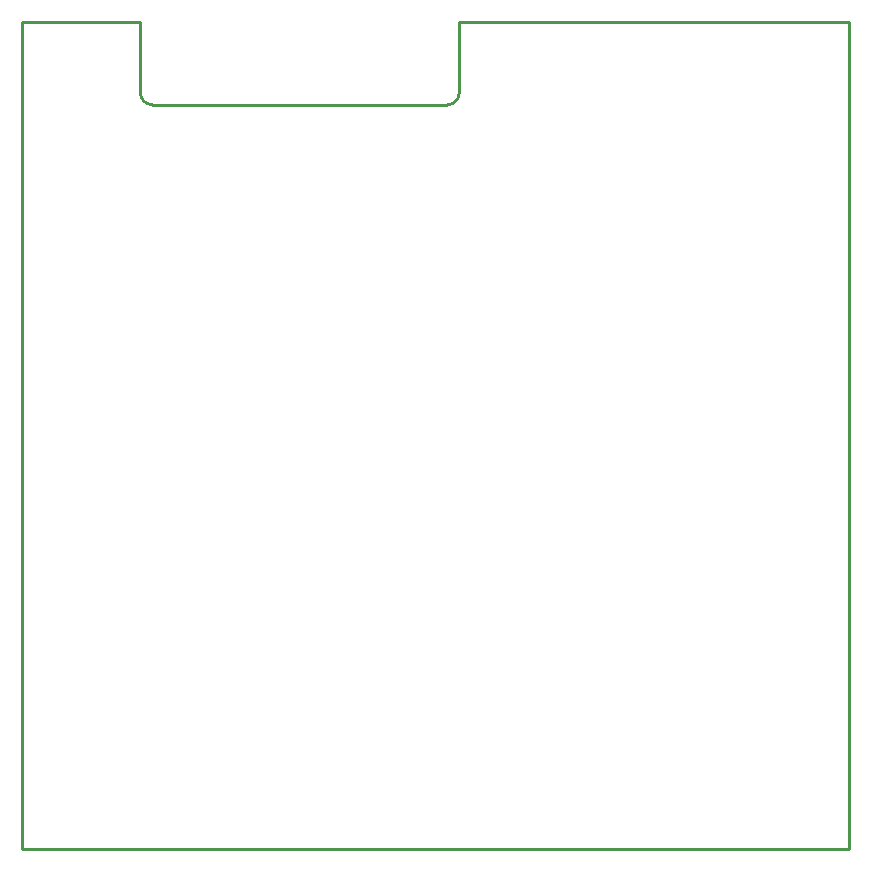
<source format=gm1>
G04 Layer_Color=16711935*
%FSLAX25Y25*%
%MOIN*%
G70*
G01*
G75*
%ADD38C,0.01000*%
D38*
X-98425Y114173D02*
G03*
X-94488Y110236I3937J0D01*
G01*
X3937Y110236D02*
G03*
X7874Y114173I0J3937D01*
G01*
X-137795Y-137795D02*
X137795D01*
X-137795D02*
Y137795D01*
X137795Y-137795D02*
Y137795D01*
X-98425Y114173D02*
Y137795D01*
X7874Y114173D02*
Y137795D01*
X-94488Y110236D02*
X3937D01*
X-137795Y137795D02*
X-98425D01*
X7874D02*
X137795D01*
M02*

</source>
